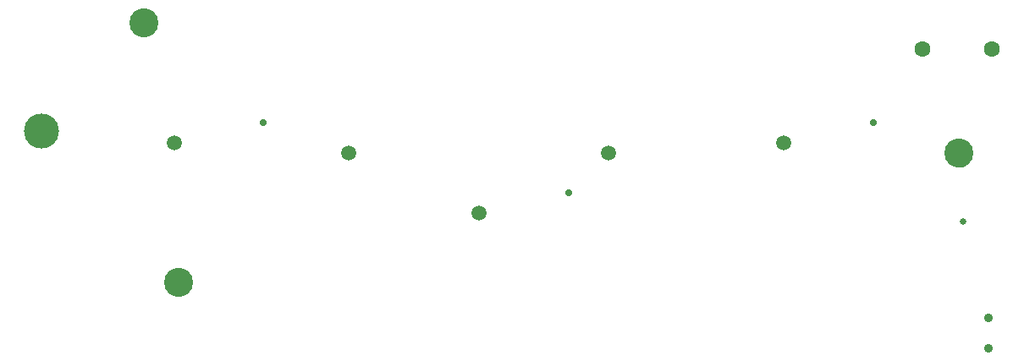
<source format=gbr>
%TF.GenerationSoftware,KiCad,Pcbnew,9.0.2*%
%TF.CreationDate,2025-08-01T16:28:49+01:00*%
%TF.ProjectId,FED3,46454433-2e6b-4696-9361-645f70636258,rev?*%
%TF.SameCoordinates,Original*%
%TF.FileFunction,NonPlated,1,4,NPTH,Drill*%
%TF.FilePolarity,Positive*%
%FSLAX46Y46*%
G04 Gerber Fmt 4.6, Leading zero omitted, Abs format (unit mm)*
G04 Created by KiCad (PCBNEW 9.0.2) date 2025-08-01 16:28:49*
%MOMM*%
%LPD*%
G01*
G04 APERTURE LIST*
%TA.AperFunction,ComponentDrill*%
%ADD10C,0.650000*%
%TD*%
%TA.AperFunction,ComponentDrill*%
%ADD11C,0.700000*%
%TD*%
%TA.AperFunction,ComponentDrill*%
%ADD12C,0.900000*%
%TD*%
%TA.AperFunction,ComponentDrill*%
%ADD13C,1.500000*%
%TD*%
%TA.AperFunction,ComponentDrill*%
%ADD14C,1.600000*%
%TD*%
%TA.AperFunction,ComponentDrill*%
%ADD15C,2.900000*%
%TD*%
%TA.AperFunction,ComponentDrill*%
%ADD16C,3.500000*%
%TD*%
G04 APERTURE END LIST*
D10*
%TO.C,J6*%
X196929200Y-104143600D03*
X196929200Y-109923600D03*
D11*
%TO.C,PI3*%
X126951100Y-100003600D03*
%TO.C,PI2*%
X157451100Y-107003600D03*
%TO.C,PI1*%
X187951100Y-100003600D03*
D12*
%TO.C,SW1*%
X199450000Y-119550000D03*
X199450000Y-122550000D03*
D13*
%TO.C,PI3*%
X118001100Y-102003600D03*
%TO.C,@HOLE2*%
X135501100Y-103003600D03*
%TO.C,PI2*%
X148501100Y-109003600D03*
%TO.C,@HOLE2*%
X161501100Y-103003600D03*
%TO.C,PI1*%
X179001100Y-102003600D03*
D14*
%TO.C,EXT0*%
X192844300Y-92614800D03*
X199844300Y-92614800D03*
D15*
%TO.C,@HOLE0*%
X115001100Y-90003600D03*
%TO.C,@HOLE6*%
X118501100Y-116003600D03*
%TO.C,*%
X196501100Y-103003600D03*
D16*
%TO.C,@HOLE5*%
X104788100Y-100793600D03*
M02*

</source>
